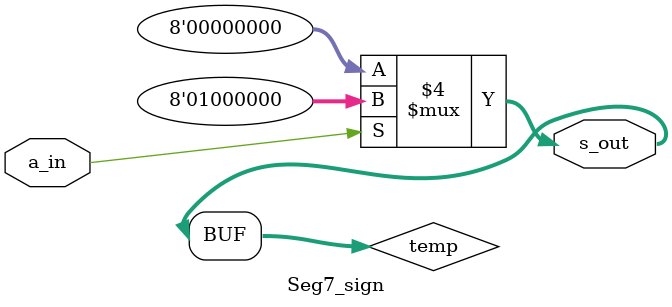
<source format=v>
module Seg7_sign(a_in , s_out);
  input a_in;
  output [7:0] s_out;
  reg [7:0] temp;
  assign s_out = temp;
  always @(a_in) begin
  	if(a_in == 1) begin
  	    temp = 8'b01000000;
  	end
  	else begin
  		temp = 8'b00000000;
  	end
  end
endmodule
</source>
